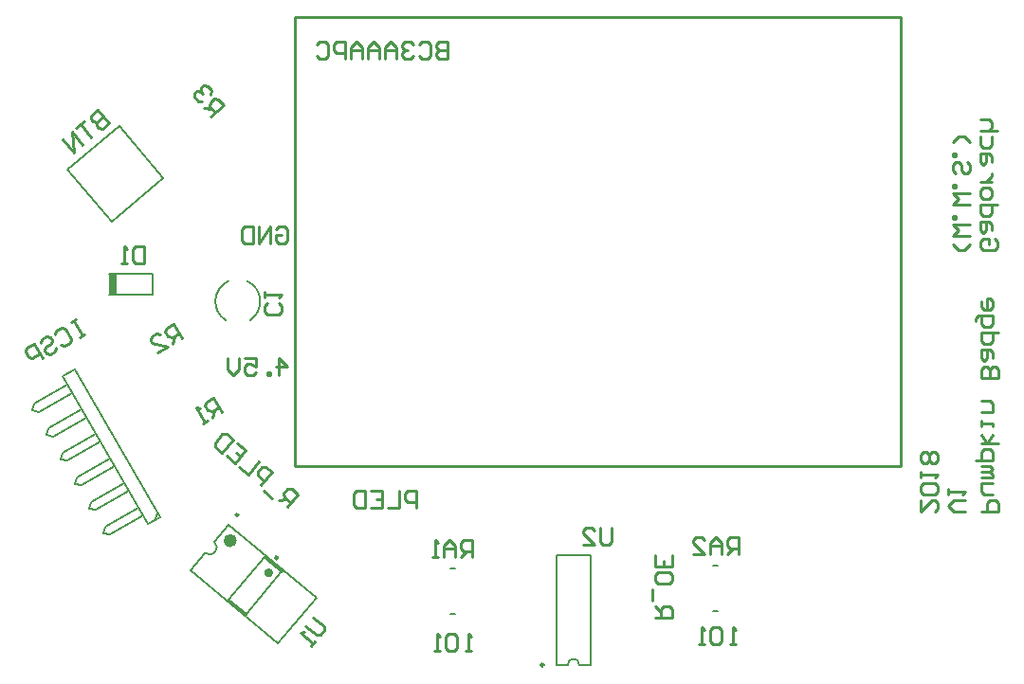
<source format=gbr>
G04 Layer_Color=32896*
%FSLAX26Y26*%
%MOIN*%
%TF.FileFunction,Legend,Bot*%
%TF.Part,Single*%
%TFFileComment,Halloween PCB
Pumpkin Badge
V1
Gadorach
(W.W.S.)*%
G01*
G75*
%TA.AperFunction,NonConductor*%
%ADD23C,0.010000*%
%ADD67C,0.009842*%
%ADD68C,0.015748*%
%ADD69C,0.007874*%
%ADD70C,0.023622*%
%ADD71C,0.005000*%
%ADD72C,0.006000*%
%ADD73R,0.031496X0.074804*%
D23*
X2889810Y1896365D02*
X2949187Y1846920D01*
X2761586Y1742905D02*
X2820963Y1693461D01*
X2995040Y3795434D02*
X5125040D01*
Y2215434D02*
Y3795434D01*
X2995040Y2215434D02*
Y3795434D01*
Y2215434D02*
X5125040D01*
X5455047Y3014082D02*
X5465043Y3004086D01*
Y2984092D01*
X5455047Y2974095D01*
X5415060D01*
X5405063Y2984092D01*
Y3004086D01*
X5415060Y3014082D01*
X5435053D01*
Y2994089D01*
X5445050Y3044073D02*
Y3064066D01*
X5435053Y3074063D01*
X5405063D01*
Y3044073D01*
X5415060Y3034076D01*
X5425056Y3044073D01*
Y3074063D01*
X5465043Y3134044D02*
X5405063D01*
Y3104053D01*
X5415060Y3094057D01*
X5435053D01*
X5445050Y3104053D01*
Y3134044D01*
X5405063Y3164034D02*
Y3184028D01*
X5415060Y3194024D01*
X5435053D01*
X5445050Y3184028D01*
Y3164034D01*
X5435053Y3154037D01*
X5415060D01*
X5405063Y3164034D01*
X5445050Y3214018D02*
X5405063D01*
X5425056D01*
X5435053Y3224015D01*
X5445050Y3234011D01*
Y3244008D01*
Y3283995D02*
Y3303989D01*
X5435053Y3313985D01*
X5405063D01*
Y3283995D01*
X5415060Y3273998D01*
X5425056Y3283995D01*
Y3313985D01*
X5445050Y3373966D02*
Y3343976D01*
X5435053Y3333979D01*
X5415060D01*
X5405063Y3343976D01*
Y3373966D01*
X5465043Y3393960D02*
X5405063D01*
X5435053D01*
X5445050Y3403956D01*
Y3423950D01*
X5435053Y3433947D01*
X5405063D01*
X5309086Y2994089D02*
X5329080Y2974095D01*
X5349073D01*
X5369067Y2994089D01*
Y3024079D02*
X5309086D01*
X5329080Y3044073D01*
X5309086Y3064066D01*
X5369067D01*
X5309086Y3084060D02*
X5319083D01*
Y3094057D01*
X5309086D01*
Y3084060D01*
X5369067Y3134044D02*
X5309086D01*
X5329080Y3154037D01*
X5309086Y3174031D01*
X5369067D01*
X5309086Y3194024D02*
X5319083D01*
Y3204021D01*
X5309086D01*
Y3194024D01*
X5359070Y3283995D02*
X5369067Y3273998D01*
Y3254005D01*
X5359070Y3244008D01*
X5349073D01*
X5339077Y3254005D01*
Y3273998D01*
X5329080Y3283995D01*
X5319083D01*
X5309086Y3273998D01*
Y3254005D01*
X5319083Y3244008D01*
X5309086Y3303989D02*
X5319083D01*
Y3313985D01*
X5309086D01*
Y3303989D01*
Y3353972D02*
X5329080Y3373966D01*
X5349073D01*
X5369067Y3353972D01*
X5408394Y2056825D02*
X5468374D01*
Y2086815D01*
X5458377Y2096812D01*
X5438384D01*
X5428387Y2086815D01*
Y2056825D01*
X5448381Y2116806D02*
X5418390D01*
X5408394Y2126802D01*
Y2156793D01*
X5448381D01*
X5408394Y2176786D02*
X5448381D01*
Y2186783D01*
X5438384Y2196780D01*
X5408394D01*
X5438384D01*
X5448381Y2206777D01*
X5438384Y2216773D01*
X5408394D01*
X5388400Y2236767D02*
X5448381D01*
Y2266757D01*
X5438384Y2276754D01*
X5418390D01*
X5408394Y2266757D01*
Y2236767D01*
Y2296747D02*
X5468374D01*
X5428387D02*
X5448381Y2326738D01*
X5428387Y2296747D02*
X5408394Y2326738D01*
Y2356728D02*
Y2376722D01*
Y2366725D01*
X5448381D01*
Y2356728D01*
X5408394Y2406712D02*
X5448381D01*
Y2436702D01*
X5438384Y2446699D01*
X5408394D01*
X5468374Y2526673D02*
X5408394D01*
Y2556663D01*
X5418390Y2566660D01*
X5428387D01*
X5438384Y2556663D01*
Y2526673D01*
Y2556663D01*
X5448381Y2566660D01*
X5458377D01*
X5468374Y2556663D01*
Y2526673D01*
X5448381Y2596651D02*
Y2616644D01*
X5438384Y2626641D01*
X5408394D01*
Y2596651D01*
X5418390Y2586654D01*
X5428387Y2596651D01*
Y2626641D01*
X5468374Y2686621D02*
X5408394D01*
Y2656631D01*
X5418390Y2646634D01*
X5438384D01*
X5448381Y2656631D01*
Y2686621D01*
X5388400Y2726608D02*
Y2736605D01*
X5398397Y2746602D01*
X5448381D01*
Y2716612D01*
X5438384Y2706615D01*
X5418390D01*
X5408394Y2716612D01*
Y2746602D01*
Y2796586D02*
Y2776592D01*
X5418390Y2766595D01*
X5438384D01*
X5448381Y2776592D01*
Y2796586D01*
X5438384Y2806583D01*
X5428387D01*
Y2766595D01*
X5352404Y2056825D02*
X5312417D01*
X5292423Y2076819D01*
X5312417Y2096812D01*
X5352404D01*
X5292423Y2116806D02*
Y2136799D01*
Y2126802D01*
X5352404D01*
X5342407Y2116806D01*
X5196447Y2096812D02*
Y2056825D01*
X5236434Y2096812D01*
X5246431D01*
X5256427Y2086815D01*
Y2066822D01*
X5246431Y2056825D01*
Y2116806D02*
X5256427Y2126802D01*
Y2146796D01*
X5246431Y2156793D01*
X5206444D01*
X5196447Y2146796D01*
Y2126802D01*
X5206444Y2116806D01*
X5246431D01*
X5196447Y2176786D02*
Y2196780D01*
Y2186783D01*
X5256427D01*
X5246431Y2176786D01*
Y2226770D02*
X5256427Y2236767D01*
Y2256760D01*
X5246431Y2266757D01*
X5236434D01*
X5226437Y2256760D01*
X5216440Y2266757D01*
X5206444D01*
X5196447Y2256760D01*
Y2236767D01*
X5206444Y2226770D01*
X5216440D01*
X5226437Y2236767D01*
X5236434Y2226770D01*
X5246431D01*
X5226437Y2236767D02*
Y2256760D01*
X2700504Y3445423D02*
X2746452Y3483977D01*
X2727175Y3506951D01*
X2713091Y3508184D01*
X2697775Y3495332D01*
X2696543Y3481248D01*
X2715820Y3458274D01*
X2702969Y3473590D02*
X2674801Y3476055D01*
X2700239Y3523499D02*
X2701472Y3537583D01*
X2688620Y3552899D01*
X2674536Y3554131D01*
X2666878Y3547706D01*
X2665646Y3533622D01*
X2672072Y3525964D01*
X2665646Y3533622D01*
X2651562Y3534854D01*
X2643904Y3528428D01*
X2642672Y3514344D01*
X2655524Y3499028D01*
X2669608Y3497796D01*
X2302818Y3468925D02*
X2341372Y3422977D01*
X2318398Y3403700D01*
X2304315Y3404932D01*
X2297889Y3412590D01*
X2299121Y3426673D01*
X2322095Y3445951D01*
X2299121Y3426673D01*
X2285037Y3427906D01*
X2278611Y3435564D01*
X2279844Y3449647D01*
X2302818Y3468925D01*
X2256870Y3430370D02*
X2226238Y3404667D01*
X2241554Y3417518D01*
X2280109Y3371570D01*
X2249477Y3345867D02*
X2210922Y3391815D01*
X2218845Y3320164D01*
X2180290Y3366112D01*
X2939984Y2789987D02*
X2949981Y2779990D01*
Y2759997D01*
X2939984Y2750000D01*
X2899997D01*
X2890000Y2759997D01*
Y2779990D01*
X2899997Y2789987D01*
X2890000Y2809981D02*
Y2829974D01*
Y2819977D01*
X2949981D01*
X2939984Y2809981D01*
X2600000Y2665000D02*
X2570010Y2716945D01*
X2544037Y2701950D01*
X2540378Y2688294D01*
X2550375Y2670979D01*
X2564031Y2667320D01*
X2590003Y2682315D01*
X2572688Y2672318D02*
X2565370Y2645006D01*
X2513425Y2615016D02*
X2548055Y2635010D01*
X2493432Y2649646D01*
X2488434Y2658303D01*
X2492093Y2671959D01*
X2509407Y2681956D01*
X2523063Y2678297D01*
X2740000Y2405000D02*
X2710010Y2456945D01*
X2684037Y2441950D01*
X2680378Y2428294D01*
X2690375Y2410979D01*
X2704031Y2407320D01*
X2730003Y2422315D01*
X2712688Y2412318D02*
X2705370Y2385006D01*
X2688055Y2375010D02*
X2670740Y2365013D01*
X2679398Y2370011D01*
X2649407Y2421956D01*
X2663063Y2418297D01*
X4263124Y1682409D02*
X4323105D01*
Y1712399D01*
X4313108Y1722396D01*
X4293114D01*
X4283118Y1712399D01*
Y1682409D01*
Y1702402D02*
X4263124Y1722396D01*
X4253127Y1742389D02*
Y1782376D01*
X4323105Y1832360D02*
Y1812367D01*
X4313108Y1802370D01*
X4273121D01*
X4263124Y1812367D01*
Y1832360D01*
X4273121Y1842357D01*
X4313108D01*
X4323105Y1832360D01*
Y1902337D02*
Y1862350D01*
X4263124D01*
Y1902337D01*
X4293114Y1862350D02*
Y1882344D01*
X2968636Y2071076D02*
X3007191Y2117023D01*
X2984217Y2136301D01*
X2970133Y2135069D01*
X2957281Y2119753D01*
X2958513Y2105669D01*
X2981487Y2086392D01*
X2966171Y2099243D02*
X2938004Y2096779D01*
X2916262Y2101972D02*
X2885630Y2127676D01*
X2876740Y2148185D02*
X2915295Y2194133D01*
X2892321Y2213410D01*
X2878237Y2212178D01*
X2865386Y2196862D01*
X2866618Y2182779D01*
X2889592Y2163501D01*
X2869347Y2232688D02*
X2830792Y2186740D01*
X2800160Y2212443D01*
X2792767Y2296946D02*
X2823399Y2271243D01*
X2784845Y2225295D01*
X2754213Y2250998D01*
X2804122Y2248269D02*
X2788806Y2261120D01*
X2777452Y2309797D02*
X2738897Y2263850D01*
X2715923Y2283127D01*
X2714691Y2297211D01*
X2740394Y2327843D01*
X2754478Y2329075D01*
X2777452Y2309797D01*
X3615000Y1565000D02*
X3595006D01*
X3605003D01*
Y1624981D01*
X3615000Y1614984D01*
X3565016D02*
X3555019Y1624981D01*
X3535026D01*
X3525029Y1614984D01*
Y1574997D01*
X3535026Y1565000D01*
X3555019D01*
X3565016Y1574997D01*
Y1614984D01*
X3505036Y1565000D02*
X3485042D01*
X3495039D01*
Y1624981D01*
X3505036Y1614984D01*
X4545000Y1590000D02*
X4525007D01*
X4535003D01*
Y1649981D01*
X4545000Y1639984D01*
X4495016D02*
X4485019Y1649981D01*
X4465026D01*
X4455029Y1639984D01*
Y1599997D01*
X4465026Y1590000D01*
X4485019D01*
X4495016Y1599997D01*
Y1639984D01*
X4435036Y1590000D02*
X4415042D01*
X4425039D01*
Y1649981D01*
X4435036Y1639984D01*
X4555000Y1905000D02*
Y1964981D01*
X4525010D01*
X4515013Y1954984D01*
Y1934990D01*
X4525010Y1924994D01*
X4555000D01*
X4535007D02*
X4515013Y1905000D01*
X4495019D02*
Y1944987D01*
X4475026Y1964981D01*
X4455032Y1944987D01*
Y1905000D01*
Y1934990D01*
X4495019D01*
X4395052Y1905000D02*
X4435039D01*
X4395052Y1944987D01*
Y1954984D01*
X4405048Y1964981D01*
X4425042D01*
X4435039Y1954984D01*
X2226512Y2731245D02*
X2209197Y2721248D01*
X2217855Y2726246D01*
X2247845Y2674302D01*
X2256503Y2679300D01*
X2239188Y2669303D01*
X2153594Y2677602D02*
X2157253Y2691258D01*
X2174568Y2701254D01*
X2188224Y2697595D01*
X2208217Y2662965D01*
X2204558Y2649310D01*
X2187243Y2639313D01*
X2173587Y2642972D01*
X2101649Y2647611D02*
X2105308Y2661267D01*
X2122623Y2671264D01*
X2136279Y2667605D01*
X2141277Y2658948D01*
X2137618Y2645292D01*
X2120303Y2635295D01*
X2116644Y2621639D01*
X2121642Y2612982D01*
X2135298Y2609323D01*
X2152613Y2619319D01*
X2156272Y2632975D01*
X2109326Y2594327D02*
X2079336Y2646272D01*
X2053363Y2631277D01*
X2049704Y2617621D01*
X2059701Y2600306D01*
X2073357Y2596647D01*
X2099329Y2611642D01*
X3059052Y1683555D02*
X3097342Y1651426D01*
X3098574Y1637342D01*
X3085723Y1622026D01*
X3071639Y1620794D01*
X3033349Y1652923D01*
X3066445Y1599052D02*
X3053594Y1583736D01*
X3060019Y1591394D01*
X3014072Y1629949D01*
X3028155Y1631181D01*
X3421068Y2069345D02*
Y2129326D01*
X3391077D01*
X3381081Y2119329D01*
Y2099336D01*
X3391077Y2089339D01*
X3421068D01*
X3361087Y2129326D02*
Y2069345D01*
X3321100D01*
X3261119Y2129326D02*
X3301106D01*
Y2069345D01*
X3261119D01*
X3301106Y2099336D02*
X3281113D01*
X3241126Y2129326D02*
Y2069345D01*
X3211135D01*
X3201139Y2079342D01*
Y2119329D01*
X3211135Y2129326D01*
X3241126D01*
X3620000Y1895000D02*
Y1954981D01*
X3590010D01*
X3580013Y1944984D01*
Y1924990D01*
X3590010Y1914994D01*
X3620000D01*
X3600006D02*
X3580013Y1895000D01*
X3560019D02*
Y1934987D01*
X3540026Y1954981D01*
X3520032Y1934987D01*
Y1895000D01*
Y1924990D01*
X3560019D01*
X3500039Y1895000D02*
X3480045D01*
X3490042D01*
Y1954981D01*
X3500039Y1944984D01*
X4110252Y1997233D02*
Y1947249D01*
X4100255Y1937253D01*
X4080262D01*
X4070265Y1947249D01*
Y1997233D01*
X4010284Y1937253D02*
X4050271D01*
X4010284Y1977240D01*
Y1987236D01*
X4020281Y1997233D01*
X4040275D01*
X4050271Y1987236D01*
X2465042Y2990263D02*
Y2930282D01*
X2435052D01*
X2425055Y2940279D01*
Y2980266D01*
X2435052Y2990263D01*
X2465042D01*
X2405062Y2930282D02*
X2385068D01*
X2395065D01*
Y2990263D01*
X2405062Y2980266D01*
X3531332Y3710090D02*
Y3650109D01*
X3501341D01*
X3491345Y3660106D01*
Y3670103D01*
X3501341Y3680099D01*
X3531332D01*
X3501341D01*
X3491345Y3690096D01*
Y3700093D01*
X3501341Y3710090D01*
X3531332D01*
X3431364Y3700093D02*
X3441361Y3710090D01*
X3461354D01*
X3471351Y3700093D01*
Y3660106D01*
X3461354Y3650109D01*
X3441361D01*
X3431364Y3660106D01*
X3411370Y3700093D02*
X3401374Y3710090D01*
X3381380D01*
X3371383Y3700093D01*
Y3690096D01*
X3381380Y3680099D01*
X3391377D01*
X3381380D01*
X3371383Y3670103D01*
Y3660106D01*
X3381380Y3650109D01*
X3401374D01*
X3411370Y3660106D01*
X3351390Y3650109D02*
Y3690096D01*
X3331396Y3710090D01*
X3311403Y3690096D01*
Y3650109D01*
Y3680099D01*
X3351390D01*
X3291409Y3650109D02*
Y3690096D01*
X3271416Y3710090D01*
X3251422Y3690096D01*
Y3650109D01*
Y3680099D01*
X3291409D01*
X3231429Y3650109D02*
Y3690096D01*
X3211435Y3710090D01*
X3191442Y3690096D01*
Y3650109D01*
Y3680099D01*
X3231429D01*
X3171448Y3650109D02*
Y3710090D01*
X3141458D01*
X3131461Y3700093D01*
Y3680099D01*
X3141458Y3670103D01*
X3171448D01*
X3071480Y3700093D02*
X3081477Y3710090D01*
X3101471D01*
X3111468Y3700093D01*
Y3660106D01*
X3101471Y3650109D01*
X3081477D01*
X3071480Y3660106D01*
X2940488Y2534499D02*
Y2594479D01*
X2970479Y2564489D01*
X2930492D01*
X2910498Y2534499D02*
Y2544495D01*
X2900501D01*
Y2534499D01*
X2910498D01*
X2820527Y2594479D02*
X2860514D01*
Y2564489D01*
X2840521Y2574486D01*
X2830524D01*
X2820527Y2564489D01*
Y2544495D01*
X2830524Y2534499D01*
X2850517D01*
X2860514Y2544495D01*
X2800534Y2594479D02*
Y2554492D01*
X2780540Y2534499D01*
X2760546Y2554492D01*
Y2594479D01*
X2928459Y3049828D02*
X2938456Y3059825D01*
X2958450D01*
X2968446Y3049828D01*
Y3009841D01*
X2958450Y2999844D01*
X2938456D01*
X2928459Y3009841D01*
Y3029835D01*
X2948453D01*
X2908466Y2999844D02*
Y3059825D01*
X2868479Y2999844D01*
Y3059825D01*
X2848485D02*
Y2999844D01*
X2818495D01*
X2808498Y3009841D01*
Y3049828D01*
X2818495Y3059825D01*
X2848485D01*
D67*
X2935497Y1893548D02*
G03*
X2935497Y1893548I-4921J0D01*
G01*
X2797226Y2044223D02*
G03*
X2797226Y2044223I-4921J0D01*
G01*
X3870669Y1516102D02*
G03*
X3870669Y1516102I-4921J0D01*
G01*
D68*
X2911489Y1840064D02*
G03*
X2911489Y1840064I-7874J0D01*
G01*
D69*
X2837323Y2728602D02*
G03*
X2827743Y2866610I-42323J66398D01*
G01*
X2762257D02*
G03*
X2752677Y2728602I32743J-71609D01*
G01*
X2680118Y1909912D02*
G03*
X2712258Y1948215I16070J19151D01*
G01*
X3995341Y1517086D02*
G03*
X3954659Y1517086I-20341J0D01*
G01*
X2823986Y1696166D02*
X2947988Y1843946D01*
X2763668Y1746778D02*
X2887670Y1894560D01*
X2947988Y1843946D01*
X2763668Y1746778D02*
X2823986Y1696166D01*
X2221698Y2556506D02*
X2521698Y2036892D01*
X2507266Y2028558D02*
X2513366Y2051326D01*
X2079594Y2435972D02*
X2195064Y2502638D01*
X2073494Y2413204D02*
X2079594Y2435972D01*
X2073494Y2413204D02*
X2096262Y2407104D01*
X2211730Y2473770D01*
X2129594Y2349370D02*
X2245064Y2416036D01*
X2123494Y2326602D02*
X2129594Y2349370D01*
X2123494Y2326602D02*
X2146260Y2320502D01*
X2261732Y2387168D01*
X2179596Y2262766D02*
X2295064Y2329434D01*
X2173494Y2240000D02*
X2179596Y2262766D01*
X2173494Y2240000D02*
X2196260Y2233900D01*
X2311730Y2300566D01*
X2229594Y2176166D02*
X2345064Y2242832D01*
X2223494Y2153398D02*
X2229594Y2176166D01*
X2223494Y2153398D02*
X2246260Y2147298D01*
X2361730Y2213964D01*
X2279594Y2089562D02*
X2395064Y2156230D01*
X2273494Y2066794D02*
X2279594Y2089562D01*
X2273494Y2066794D02*
X2296260Y2060696D01*
X2411730Y2127362D01*
X2329594Y2002960D02*
X2445064Y2069626D01*
X2323494Y1980192D02*
X2329594Y2002960D01*
X2323494Y1980192D02*
X2346260Y1974092D01*
X2461730Y2040760D01*
X2178398Y2531506D02*
X2221698Y2556506D01*
X2178398Y2531506D02*
X2478398Y2011892D01*
X2521698Y2036892D01*
X2936750Y1591014D02*
X3070874Y1750858D01*
X2629126Y1849142D02*
X2680118Y1909912D01*
X2712258Y1948214D02*
X2763250Y2008986D01*
X2629126Y1849142D02*
X2936750Y1591014D01*
X2763250Y2008986D02*
X3070874Y1750858D01*
X3913976Y1517086D02*
X3954660D01*
X3995342D02*
X4036024D01*
X3913976Y1902914D02*
X4036024D01*
X3913976Y1517086D02*
Y1902914D01*
X4036024Y1517086D02*
Y1902914D01*
X2496772Y2817598D02*
Y2892402D01*
X2343228D02*
X2496772D01*
X2343228Y2817598D02*
X2496772D01*
D70*
X2779914Y1953520D02*
G03*
X2779914Y1953520I-11811J0D01*
G01*
D71*
X2196972Y3259426D02*
X2380129Y3413113D01*
X2196972Y3259426D02*
X2350659Y3076269D01*
X2533816Y3229956D01*
X2380129Y3413113D02*
X2533816Y3229956D01*
D72*
X4466252Y1865000D02*
X4483748D01*
X4466252Y1705000D02*
X4483748D01*
X3542752Y1695000D02*
X3560248D01*
X3542752Y1855000D02*
X3560248D01*
D73*
X2355040Y2855000D02*
D03*
%TF.MD5,715df787286b953f10faf93be7899ac0*%
M02*

</source>
